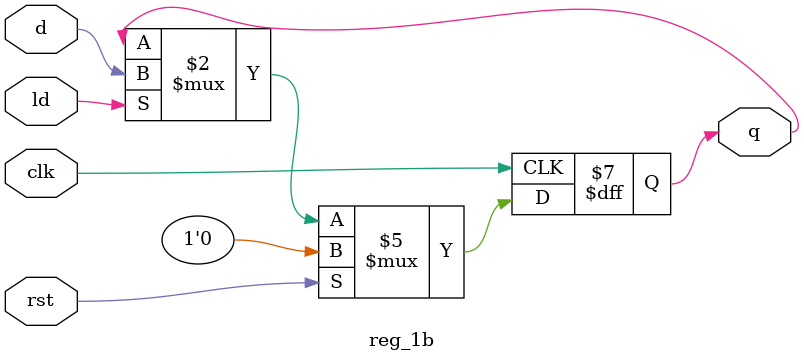
<source format=v>
module reg_1b(d, ld, rst,clk, q);
	input d,rst;
	input ld, clk;
	output q;
	reg q;
always @(posedge clk) begin
	if(rst)
			q <= 1'b0;
	else if (ld)
			q <= d;
	end
endmodule

</source>
